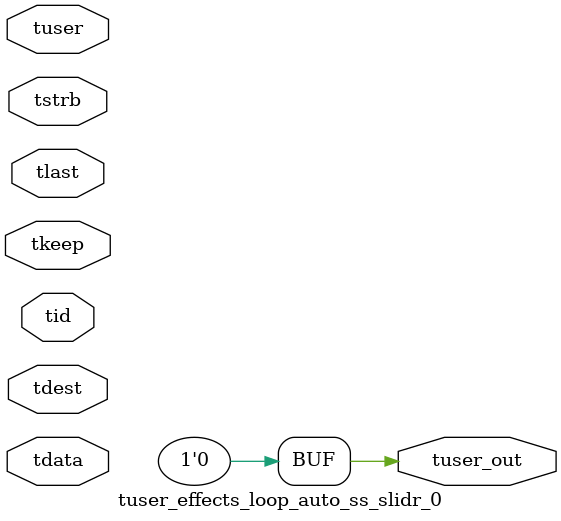
<source format=v>


`timescale 1ps/1ps

module tuser_effects_loop_auto_ss_slidr_0 #
(
parameter C_S_AXIS_TUSER_WIDTH = 1,
parameter C_S_AXIS_TDATA_WIDTH = 32,
parameter C_S_AXIS_TID_WIDTH   = 0,
parameter C_S_AXIS_TDEST_WIDTH = 0,
parameter C_M_AXIS_TUSER_WIDTH = 1
)
(
input  [(C_S_AXIS_TUSER_WIDTH == 0 ? 1 : C_S_AXIS_TUSER_WIDTH)-1:0     ] tuser,
input  [(C_S_AXIS_TDATA_WIDTH == 0 ? 1 : C_S_AXIS_TDATA_WIDTH)-1:0     ] tdata,
input  [(C_S_AXIS_TID_WIDTH   == 0 ? 1 : C_S_AXIS_TID_WIDTH)-1:0       ] tid,
input  [(C_S_AXIS_TDEST_WIDTH == 0 ? 1 : C_S_AXIS_TDEST_WIDTH)-1:0     ] tdest,
input  [(C_S_AXIS_TDATA_WIDTH/8)-1:0 ] tkeep,
input  [(C_S_AXIS_TDATA_WIDTH/8)-1:0 ] tstrb,
input                                                                    tlast,
output [C_M_AXIS_TUSER_WIDTH-1:0] tuser_out
);

assign tuser_out = {1'b0};

endmodule


</source>
